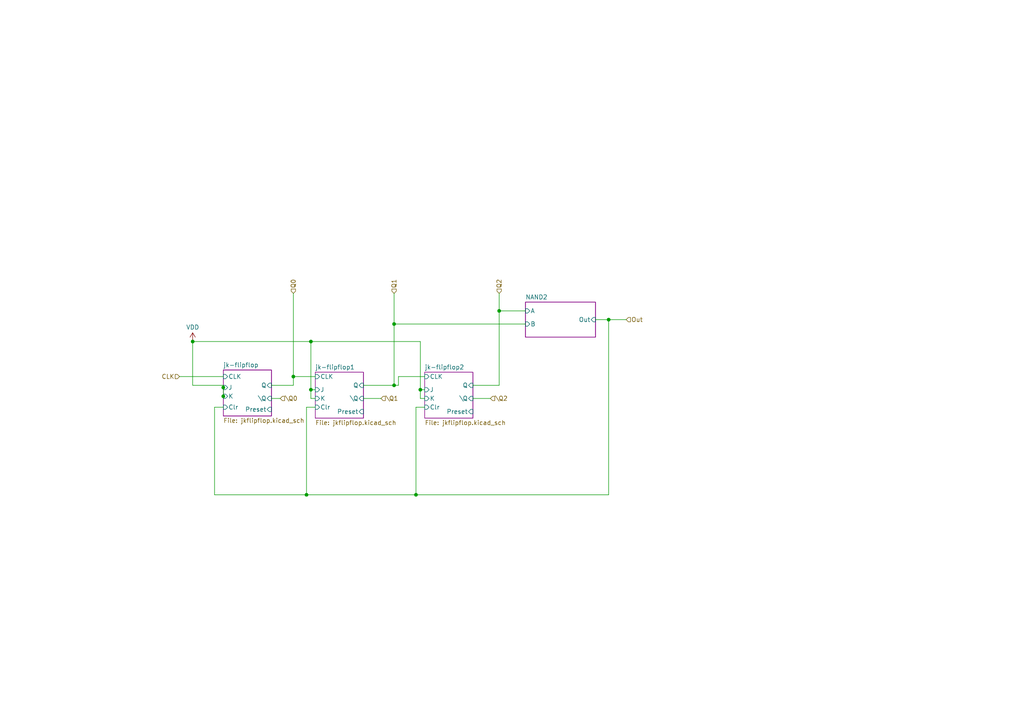
<source format=kicad_sch>
(kicad_sch (version 20250114) (generator "eeschema") (generator_version "9.0")
  (paper "A4")
  (lib_symbols
    (symbol "power:VDD" (power) (pin_numbers (hide yes)) (pin_names (offset 0) (hide yes))
      (property "Value" "VDD" (at 0 3.556 0))
      (symbol "VDD_0_1"
        (polyline (pts (xy -0.762 1.27) (xy 0 2.54)))
        (polyline (pts (xy 0 2.54) (xy 0.762 1.27)))
        (polyline (pts (xy 0 0) (xy 0 2.54)))
      )
      (symbol "VDD_1_1"
        (pin power_in line (at 0 0 90) (length 0) (name "~") (number "1"))
      )
    )
  )
  (junction (at 121.92 113.03))
  (junction (at 114.3 93.98))
  (junction (at 88.9 143.51))
  (junction (at 176.53 92.71))
  (junction (at 90.17 99.06))
  (junction (at 64.77 114.935))
  (junction (at 144.78 90.17))
  (junction (at 120.65 143.51))
  (junction (at 114.3 111.76))
  (junction (at 55.88 99.06))
  (junction (at 90.17 113.03))
  (junction (at 85.09 109.22))
  (junction (at 64.77 112.395))
  (wire (pts (xy 55.88 99.06) (xy 90.17 99.06)))
  (wire (pts (xy 123.19 118.11) (xy 120.65 118.11)))
  (wire (pts (xy 91.44 115.57) (xy 90.17 115.57)))
  (wire (pts (xy 90.17 113.03) (xy 91.44 113.03)))
  (wire (pts (xy 62.23 143.51) (xy 88.9 143.51)))
  (wire (pts (xy 144.78 85.09) (xy 144.78 90.17)))
  (wire (pts (xy 78.74 111.76) (xy 85.09 111.76)))
  (wire (pts (xy 90.17 99.06) (xy 121.92 99.06)))
  (wire (pts (xy 172.72 92.71) (xy 176.53 92.71)))
  (wire (pts (xy 64.77 115.57) (xy 64.77 114.935)))
  (wire (pts (xy 137.16 115.57) (xy 142.24 115.57)))
  (wire (pts (xy 78.74 115.57) (xy 81.28 115.57)))
  (wire (pts (xy 62.23 118.11) (xy 62.23 143.51)))
  (wire (pts (xy 64.77 114.935) (xy 64.77 112.395)))
  (wire (pts (xy 121.92 115.57) (xy 123.19 115.57)))
  (wire (pts (xy 52.07 109.22) (xy 64.77 109.22)))
  (wire (pts (xy 88.9 143.51) (xy 120.65 143.51)))
  (wire (pts (xy 115.57 109.22) (xy 123.19 109.22)))
  (wire (pts (xy 121.92 113.03) (xy 123.19 113.03)))
  (wire (pts (xy 85.09 109.22) (xy 91.44 109.22)))
  (wire (pts (xy 64.77 111.76) (xy 55.88 111.76)))
  (wire (pts (xy 176.53 92.71) (xy 181.61 92.71)))
  (wire (pts (xy 88.9 118.11) (xy 88.9 143.51)))
  (wire (pts (xy 176.53 92.71) (xy 176.53 143.51)))
  (wire (pts (xy 85.09 111.76) (xy 85.09 109.22)))
  (wire (pts (xy 144.78 90.17) (xy 144.78 111.76)))
  (wire (pts (xy 90.17 115.57) (xy 90.17 113.03)))
  (wire (pts (xy 114.3 85.09) (xy 114.3 93.98)))
  (wire (pts (xy 115.57 111.76) (xy 115.57 109.22)))
  (wire (pts (xy 90.17 99.06) (xy 90.17 113.03)))
  (wire (pts (xy 114.3 93.98) (xy 114.3 111.76)))
  (wire (pts (xy 114.3 93.98) (xy 152.4 93.98)))
  (wire (pts (xy 85.09 85.09) (xy 85.09 109.22)))
  (wire (pts (xy 64.77 112.395) (xy 64.77 111.76)))
  (wire (pts (xy 105.41 115.57) (xy 110.49 115.57)))
  (wire (pts (xy 121.92 113.03) (xy 121.92 115.57)))
  (wire (pts (xy 105.41 111.76) (xy 114.3 111.76)))
  (wire (pts (xy 144.78 90.17) (xy 152.4 90.17)))
  (wire (pts (xy 55.88 99.06) (xy 55.88 111.76)))
  (wire (pts (xy 121.92 99.06) (xy 121.92 113.03)))
  (wire (pts (xy 120.65 118.11) (xy 120.65 143.51)))
  (wire (pts (xy 176.53 143.51) (xy 120.65 143.51)))
  (wire (pts (xy 114.3 111.76) (xy 115.57 111.76)))
  (wire (pts (xy 137.16 111.76) (xy 144.78 111.76)))
  (wire (pts (xy 64.77 118.11) (xy 62.23 118.11)))
  (wire (pts (xy 91.44 118.11) (xy 88.9 118.11)))
  (hierarchical_label "Q1" (shape input) (at 114.3 85.09 90))
  (hierarchical_label "Q2" (shape input) (at 144.78 85.09 90))
  (hierarchical_label "\\Q2" (shape input) (at 142.24 115.57 0))
  (hierarchical_label "Q0" (shape input) (at 85.09 85.09 90))
  (hierarchical_label "\\Q1" (shape input) (at 110.49 115.57 0))
  (hierarchical_label "\\Q0" (shape input) (at 81.28 115.57 0))
  (hierarchical_label "Out" (shape input) (at 181.61 92.71 0))
  (hierarchical_label "CLK" (shape input) (at 52.07 109.22 180))
  (symbol (lib_id "power:VDD") (at 55.88 99.06 0) (unit 1)
    (property "Reference" "#PWR0109" (effects (hide yes)))
    (property "Value" "VDD" (at 55.88 94.9269 0))
    (property "Description" "Power symbol creates a global label with name \"VDD\"" (effects (hide yes)))
    (instances (project "transistor-clock" (path "" (reference "#PWR0181") (unit 1)) (path "" (reference "#PWR0109") (unit 1))))
  )
  (sheet (at 152.4 87.63) (size 20.32 10.16) (stroke (width 0.1524) (color 132 0 132 1)) (fill (color 255 255 255 0.0000))
    (property "Sheetname" "NAND2" (at 152.4 86.9184 0) (effects (justify left bottom)))
    (property "Sheetfile" "and.kicad_sch" (effects (hide yes)))
    (pin "A" input (at 152.4 90.17 180))
    (pin "B" input (at 152.4 93.98 180))
    (pin "Out" input (at 172.72 92.71 0))
  )
  (sheet (at 123.19 107.95) (size 13.97 13.335) (stroke (width 0.1524) (color 132 0 132 1)) (fill (color 255 255 255 0.0000))
    (property "Sheetname" "jk-flipflop2" (at 123.19 107.2384 0) (effects (justify left bottom)))
    (property "Sheetfile" "jkflipflop.kicad_sch" (at 123.19 121.8696 0) (effects (justify left top)))
    (pin "CLK" input (at 123.19 109.22 180))
    (pin "Clr" input (at 123.19 118.11 180))
    (pin "J" input (at 123.19 113.03 180))
    (pin "K" input (at 123.19 115.57 180))
    (pin "Preset" input (at 137.16 119.38 0))
    (pin "Q" input (at 137.16 111.76 0))
    (pin "\\Q" input (at 137.16 115.57 0))
  )
  (sheet (at 64.77 107.315) (size 13.97 13.335) (stroke (width 0.1524) (color 132 0 132 1)) (fill (color 255 255 255 0.0000))
    (property "Sheetname" "jk-flipflop" (at 64.77 106.6034 0) (effects (justify left bottom)))
    (property "Sheetfile" "jkflipflop.kicad_sch" (at 64.77 121.2346 0) (effects (justify left top)))
    (pin "CLK" input (at 64.77 109.22 180))
    (pin "Clr" input (at 64.77 118.11 180))
    (pin "J" input (at 64.77 112.395 180))
    (pin "K" input (at 64.77 114.935 180))
    (pin "Preset" input (at 78.74 118.745 0))
    (pin "Q" input (at 78.74 111.76 0))
    (pin "\\Q" input (at 78.74 115.57 0))
  )
  (sheet (at 91.44 107.95) (size 13.97 13.335) (stroke (width 0.1524) (color 132 0 132 1)) (fill (color 255 255 255 0.0000))
    (property "Sheetname" "jk-flipflop1" (at 91.44 107.2384 0) (effects (justify left bottom)))
    (property "Sheetfile" "jkflipflop.kicad_sch" (at 91.44 121.8696 0) (effects (justify left top)))
    (pin "CLK" input (at 91.44 109.22 180))
    (pin "Clr" input (at 91.44 118.11 180))
    (pin "J" input (at 91.44 113.03 180))
    (pin "K" input (at 91.44 115.57 180))
    (pin "Preset" input (at 105.41 119.38 0))
    (pin "Q" input (at 105.41 111.76 0))
    (pin "\\Q" input (at 105.41 115.57 0))
  )
)
</source>
